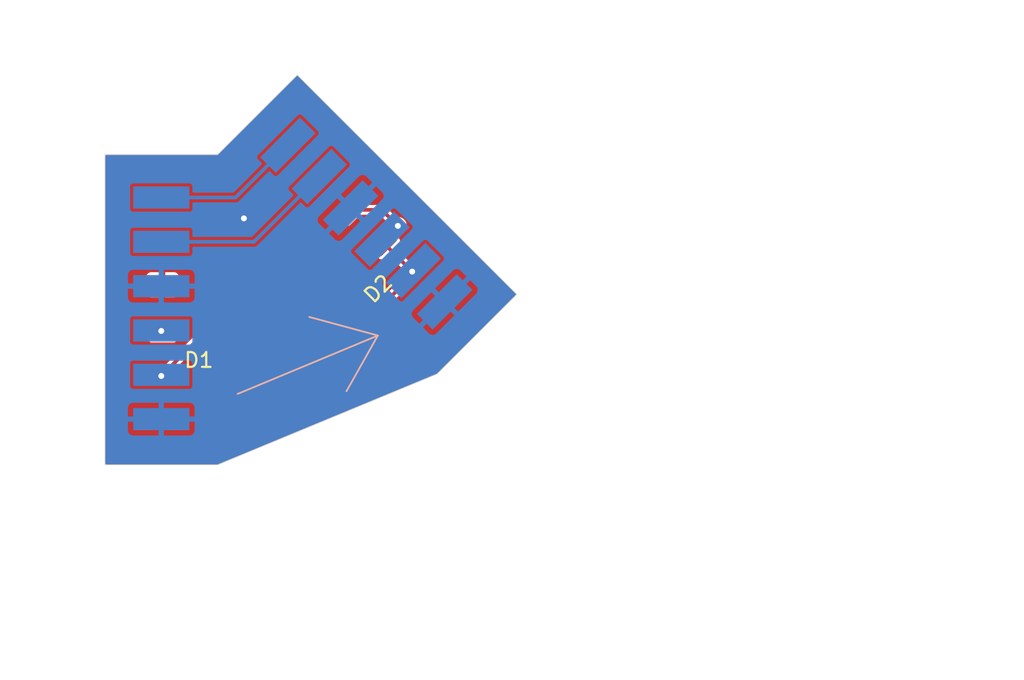
<source format=kicad_pcb>
(kicad_pcb (version 20211014) (generator pcbnew)
  (layers (0 "F.Cu" signal) (31 "B.Cu" signal) (34 "B.Paste" user) (35 "F.Paste" user) (36 "B.SilkS" user "B.Silkscreen") (37 "F.SilkS" user "F.Silkscreen") (38 "B.Mask" user) (39 "F.Mask" user) (44 "Edge.Cuts" user))
  (net 0 "")
  (net 1 "+5V")
  (net 2 "GND")
  (net 3 "Net-(CN1-Pad2)")
  (net 4 "Net-(CN2-Pad3)")
  (net 5 "Net-(D1-Pad2)")
  (net 6 "Net-(CN1-Pad1)")
  (net 7 "Net-(CN1-Pad4)")
  (footprint "LED_SMD:LED_WS2812B_PLCC4_5.0x5.0mm_P3.2mm" (layer "F.Cu") (at 128.778 107.95 180)
    (fp_text reference "D1" (at 0 -3.5) (layer "F.SilkS"))
    (fp_text value "WS2812B")
    (pad "1" smd rect (at -2.45 -1.6 180) (size 1.5 1) (layers "F.Cu" "F.Paste" "F.Mask") (net 1 "+5V"))
    (pad "2" smd rect (at -2.45 1.6 180) (size 1.5 1) (layers "F.Cu" "F.Paste" "F.Mask") (net 5 "Net-(D1-Pad2)"))
    (pad "3" smd rect (at 2.45 1.6 180) (size 1.5 1) (layers "F.Cu" "F.Paste" "F.Mask") (net 2 "GND"))
    (pad "4" smd rect (at 2.45 -1.6 180) (size 1.5 1) (layers "F.Cu" "F.Paste" "F.Mask") (net 4 "Net-(CN2-Pad3)"))
  )
  (footprint "LED_SMD:LED_WS2812B_PLCC4_5.0x5.0mm_P3.2mm" (layer "F.Cu") (at 138.43 104.14 -135)
    (fp_text reference "D2" (at 0 -3.5 45) (layer "F.SilkS"))
    (fp_text value "WS2812B")
    (pad "1" smd rect (at -2.45 -1.6 225) (size 1.5 1) (layers "F.Cu" "F.Paste" "F.Mask") (net 1 "+5V"))
    (pad "2" smd rect (at -2.45 1.6 225) (size 1.5 1) (layers "F.Cu" "F.Paste" "F.Mask") (net 7 "Net-(CN1-Pad4)"))
    (pad "3" smd rect (at 2.45 1.6 225) (size 1.5 1) (layers "F.Cu" "F.Paste" "F.Mask") (net 2 "GND"))
    (pad "4" smd rect (at 2.45 -1.6 225) (size 1.5 1) (layers "F.Cu" "F.Paste" "F.Mask") (net 5 "Net-(D1-Pad2)"))
  )
  (footprint "Adafruit NeoPixel 8 Stick:1X4-SMT" (layer "B.Cu") (at 126.873 107.442 90)
    (fp_text reference "CN2" hide)
    (fp_text value "1X4SMT" hide)
    (pad "1" smd rect (at -8 -0.635 90) (size 1.5 3.8) (layers "B.Cu" "B.Paste" "B.Mask") (net 2 "GND"))
    (pad "2" smd rect (at -5 -0.635 90) (size 1.5 3.8) (layers "B.Cu" "B.Paste" "B.Mask") (net 1 "+5V"))
    (pad "3" smd rect (at -2 -0.635 90) (size 1.5 3.8) (layers "B.Cu" "B.Paste" "B.Mask") (net 4 "Net-(CN2-Pad3)"))
    (pad "4" smd rect (at 1 -0.635 90) (size 1.5 3.8) (layers "B.Cu" "B.Paste" "B.Mask") (net 2 "GND"))
    (pad "5" smd rect (at 4 -0.635 90) (size 1.5 3.8) (layers "B.Cu" "B.Paste" "B.Mask") (net 3 "Net-(CN1-Pad2)"))
    (pad "6" smd rect (at 7 -0.635 90) (size 1.5 3.8) (layers "B.Cu" "B.Paste" "B.Mask") (net 6 "Net-(CN1-Pad1)"))
  )
  (footprint "Adafruit NeoPixel 8 Stick:1X4-SMT" (layer "B.Cu") (at 140.010429 103.008298 -45)
    (fp_text reference "CN1" hide)
    (fp_text value "1X4SMT" hide)
    (pad "1" smd rect (at -8 -0.635 315) (size 1.5 3.8) (layers "B.Cu" "B.Paste" "B.Mask") (net 6 "Net-(CN1-Pad1)"))
    (pad "2" smd rect (at -5 -0.635 315) (size 1.5 3.8) (layers "B.Cu" "B.Paste" "B.Mask") (net 3 "Net-(CN1-Pad2)"))
    (pad "3" smd rect (at -2 -0.635 315) (size 1.5 3.8) (layers "B.Cu" "B.Paste" "B.Mask") (net 2 "GND"))
    (pad "4" smd rect (at 1 -0.635 315) (size 1.5 3.8) (layers "B.Cu" "B.Paste" "B.Mask") (net 7 "Net-(CN1-Pad4)"))
    (pad "5" smd rect (at 4 -0.635 315) (size 1.5 3.8) (layers "B.Cu" "B.Paste" "B.Mask") (net 1 "+5V"))
    (pad "6" smd rect (at 7 -0.635 315) (size 1.5 3.8) (layers "B.Cu" "B.Paste" "B.Mask") (net 2 "GND"))
  )
  (gr_line (start 140.88658 109.784344) (end 136.250759 108.527107) (layer "B.SilkS") (width 0.12))
  (gr_line (start 140.88658 109.784344) (end 138.765231 113.556052) (layer "B.SilkS") (width 0.12))
  (gr_line (start 131.401421 113.735656) (end 140.88658 109.784344) (layer "B.SilkS") (width 0.12))
  (gr_line locked (start 144.897241 112.385243) (end 150.285397 106.997088) (layer "Edge.Cuts") (width 0.05))
  (gr_line (start 122.428 118.536) (end 130.048004 118.536) (layer "Edge.Cuts") (width 0.05))
  (gr_line (start 135.436155 92.147845) (end 150.285397 106.997088) (layer "Edge.Cuts") (width 0.05))
  (gr_line (start 122.428 97.536) (end 122.428 118.536) (layer "Edge.Cuts") (width 0.05))
  (gr_line (start 130.048 97.536) (end 135.436155 92.147845) (layer "Edge.Cuts") (width 0.05))
  (gr_line (start 130.048004 118.536) (end 144.897241 112.385243) (layer "Edge.Cuts") (width 0.05))
  (gr_line (start 122.428 97.536) (end 130.048 97.536) (layer "Edge.Cuts") (width 0.05))
  (segment (start 131.228 109.55) (end 139.37 109.55) (width 0.25) (layer "F.Cu") (net 1))
  (segment (start 143.256 105.664) (end 143.256 105.501177) (width 0.25) (layer "F.Cu") (net 1))
  (segment (start 143.210411 105.455589) (end 141.293782 103.538959) (width 0.25) (layer "F.Cu") (net 1))
  (segment (start 143.256 105.501177) (end 143.210411 105.455589) (width 0.25) (layer "F.Cu") (net 1))
  (segment (start 139.37 109.55) (end 143.256 105.664) (width 0.25) (layer "F.Cu") (net 1))
  (segment (start 129.21 109.55) (end 131.228 109.55) (width 0.25) (layer "F.Cu") (net 1))
  (segment (start 126.238 112.522) (end 129.21 109.55) (width 0.25) (layer "F.Cu") (net 1))
  (via (at 143.210411 105.455589) (size 0.8) (drill 0.4) (layers "F.Cu" "B.Cu") (net 1))
  (via (at 126.238 112.522) (size 0.8) (drill 0.4) (layers "F.Cu" "B.Cu") (net 1))
  (via (at 131.826 101.854) (size 0.8) (drill 0.4) (layers "F.Cu" "B.Cu") (net 2))
  (segment (start 126.238 103.442) (end 132.505659 103.442) (width 0.25) (layer "B.Cu") (net 3))
  (segment (start 132.505659 103.442) (end 136.923908 99.023751) (width 0.25) (layer "B.Cu") (net 3))
  (via (at 126.238 109.474) (size 0.8) (drill 0.4) (layers "F.Cu" "B.Cu") (net 4))
  (segment (start 137.175177 106.35) (end 137.828959 107.003782) (width 0.25) (layer "F.Cu") (net 5))
  (segment (start 131.228 106.35) (end 137.175177 106.35) (width 0.25) (layer "F.Cu") (net 5))
  (segment (start 131.263019 100.442) (end 134.802588 96.902431) (width 0.25) (layer "B.Cu") (net 6))
  (segment (start 126.238 100.442) (end 131.263019 100.442) (width 0.25) (layer "B.Cu") (net 6))
  (segment (start 139.031041 101.276218) (end 141.154218 101.276218) (width 0.25) (layer "F.Cu") (net 7))
  (segment (start 141.154218 101.276218) (end 142.24 102.362) (width 0.25) (layer "F.Cu") (net 7))
  (via (at 142.24 102.362) (size 0.8) (drill 0.4) (layers "F.Cu" "B.Cu") (net 7))
  (zone (net 2) (net_name "GND") (layers F&B.Cu) (priority 6) (connect_pads (clearance 0.000001)) (min_thickness 0.1524) (fill yes (thermal_gap 0.3548) (thermal_bridge_width 0.3548))
    (polygon (pts (xy 184.5945 133.096) (xy 115.3287 133.096) (xy 115.3287 87.0712) (xy 184.5945 87.0712)))
  )
)
</source>
